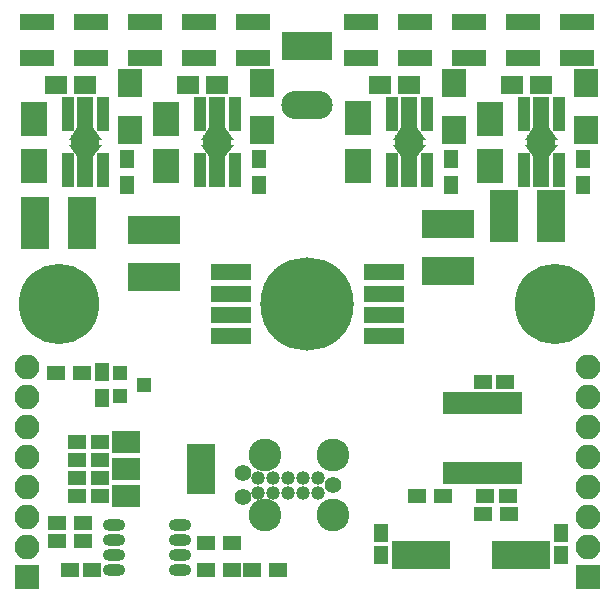
<source format=gts>
G04 #@! TF.GenerationSoftware,KiCad,Pcbnew,(2017-05-12 revision b823d0b78)-makepkg*
G04 #@! TF.CreationDate,2017-05-13T14:29:27+02:00*
G04 #@! TF.ProjectId,led_pixel_stm32f030,6C65645F706978656C5F73746D333266,1.0*
G04 #@! TF.FileFunction,Soldermask,Top*
G04 #@! TF.FilePolarity,Negative*
%FSLAX46Y46*%
G04 Gerber Fmt 4.6, Leading zero omitted, Abs format (unit mm)*
G04 Created by KiCad (PCBNEW (2017-05-12 revision b823d0b78)-makepkg) date 05/13/17 14:29:27*
%MOMM*%
%LPD*%
G01*
G04 APERTURE LIST*
%ADD10C,0.100000*%
%ADD11C,2.775000*%
%ADD12C,1.390600*%
%ADD13C,1.187400*%
%ADD14R,2.400000X4.400000*%
%ADD15R,1.300000X1.200000*%
%ADD16R,1.600000X1.150000*%
%ADD17R,1.150000X1.600000*%
%ADD18R,1.900000X1.650000*%
%ADD19R,2.200000X2.900000*%
%ADD20R,3.400000X1.400000*%
%ADD21C,7.900000*%
%ADD22O,4.360000X2.380000*%
%ADD23R,4.360000X2.380000*%
%ADD24R,4.400000X2.400000*%
%ADD25R,1.600000X1.300000*%
%ADD26R,1.300000X1.600000*%
%ADD27R,2.100000X2.400000*%
%ADD28R,0.850000X1.850000*%
%ADD29O,1.873200X1.009600*%
%ADD30R,2.400000X1.900000*%
%ADD31R,2.400000X4.200000*%
%ADD32C,1.150000*%
%ADD33R,1.100000X2.900000*%
%ADD34R,1.400000X2.900000*%
%ADD35R,2.400000X1.200000*%
%ADD36R,4.900000X2.400000*%
%ADD37O,2.100000X2.100000*%
%ADD38R,2.100000X2.100000*%
%ADD39R,2.900000X1.400000*%
%ADD40C,6.800000*%
%ADD41C,1.000000*%
G04 APERTURE END LIST*
D10*
D11*
X146431000Y-117856000D03*
X146431000Y-112776000D03*
X152146000Y-112776000D03*
D12*
X144526000Y-114301000D03*
X144526000Y-116331000D03*
X152146000Y-115316000D03*
D11*
X152146000Y-117856000D03*
D13*
X147066000Y-114681000D03*
X145796000Y-114681000D03*
X145796000Y-115951000D03*
X147066000Y-115951000D03*
X150876000Y-114681000D03*
X150876000Y-115951000D03*
X149606000Y-114681000D03*
X149606000Y-115951000D03*
X148336000Y-115951000D03*
X148336000Y-114681000D03*
D14*
X130918000Y-93142000D03*
X126918000Y-93142000D03*
D15*
X136166400Y-106807200D03*
X134166400Y-107757200D03*
X134166400Y-105857200D03*
D16*
X129873000Y-122479000D03*
X131773000Y-122479000D03*
X164861200Y-106603800D03*
X166761200Y-106603800D03*
X166954500Y-116256000D03*
X165054500Y-116256000D03*
D17*
X156223000Y-119370000D03*
X156223000Y-121270000D03*
X171463000Y-121270000D03*
X171463000Y-119370000D03*
D16*
X132408000Y-114732000D03*
X130508000Y-114732000D03*
X130508000Y-116256000D03*
X132408000Y-116256000D03*
X130508000Y-113208000D03*
X132408000Y-113208000D03*
X132408000Y-111684000D03*
X130508000Y-111684000D03*
D18*
X169792000Y-81458000D03*
X167292000Y-81458000D03*
X142360000Y-81458000D03*
X139860000Y-81458000D03*
X156116000Y-81458000D03*
X158616000Y-81458000D03*
X131184000Y-81458000D03*
X128684000Y-81458000D03*
D19*
X165494000Y-84284000D03*
X165494000Y-88284000D03*
X138062000Y-88284000D03*
X138062000Y-84284000D03*
X154318000Y-88258600D03*
X154318000Y-84258600D03*
X126886000Y-84284000D03*
X126886000Y-88284000D03*
D20*
X156500000Y-99100000D03*
X143500000Y-99100000D03*
D21*
X150000000Y-100000000D03*
D20*
X156500000Y-97300000D03*
X156500000Y-100900000D03*
X156500000Y-102700000D03*
X143500000Y-102700000D03*
X143500000Y-100900000D03*
X143500000Y-97300000D03*
D22*
X150000000Y-83156000D03*
D23*
X150000000Y-78156000D03*
D14*
X166669000Y-92507000D03*
X170669000Y-92507000D03*
D24*
X137046000Y-97682000D03*
X137046000Y-93682000D03*
X161938000Y-93174000D03*
X161938000Y-97174000D03*
D25*
X159314000Y-116256000D03*
X161514000Y-116256000D03*
X141407000Y-120193000D03*
X143607000Y-120193000D03*
X130932400Y-105791200D03*
X128732400Y-105791200D03*
D26*
X132626400Y-105707200D03*
X132626400Y-107907200D03*
D25*
X143607000Y-122479000D03*
X141407000Y-122479000D03*
X128834000Y-120066000D03*
X131034000Y-120066000D03*
X145344000Y-122479000D03*
X147544000Y-122479000D03*
X128834000Y-118542000D03*
X131034000Y-118542000D03*
D27*
X173622000Y-85236000D03*
X173622000Y-81236000D03*
X146190000Y-81236000D03*
X146190000Y-85236000D03*
X162446000Y-81236000D03*
X162446000Y-85236000D03*
X135014000Y-85236000D03*
X135014000Y-81236000D03*
D26*
X173368000Y-87724000D03*
X173368000Y-89924000D03*
X145936000Y-87724000D03*
X145936000Y-89924000D03*
X162192000Y-89924000D03*
X162192000Y-87724000D03*
X134760000Y-89924000D03*
X134760000Y-87724000D03*
D28*
X161934000Y-108353000D03*
X162584000Y-108353000D03*
X163234000Y-108353000D03*
X163884000Y-108353000D03*
X164534000Y-108353000D03*
X165184000Y-108353000D03*
X165834000Y-108353000D03*
X166484000Y-108353000D03*
X167134000Y-108353000D03*
X167784000Y-108353000D03*
X167784000Y-114253000D03*
X167134000Y-114253000D03*
X166484000Y-114253000D03*
X165834000Y-114253000D03*
X165184000Y-114253000D03*
X164534000Y-114253000D03*
X163884000Y-114253000D03*
X163234000Y-114253000D03*
X162584000Y-114253000D03*
X161934000Y-114253000D03*
D29*
X133617000Y-122479000D03*
X133617000Y-121209000D03*
X133617000Y-119939000D03*
X133617000Y-118669000D03*
X139205000Y-118669000D03*
X139205000Y-119939000D03*
X139205000Y-121209000D03*
X139205000Y-122479000D03*
D30*
X134658000Y-111670000D03*
X134658000Y-116270000D03*
X134658000Y-113970000D03*
D31*
X140958000Y-113970000D03*
D32*
X169812000Y-85504000D03*
D10*
G36*
X168438297Y-86079000D02*
X169204963Y-84929000D01*
X170419037Y-84929000D01*
X171185703Y-86079000D01*
X168438297Y-86079000D01*
X168438297Y-86079000D01*
G37*
D33*
X168312000Y-83934000D03*
X171312000Y-83934000D03*
X168312000Y-88634000D03*
D34*
X169812000Y-88634000D03*
D33*
X171312000Y-88634000D03*
D34*
X169812000Y-83934000D03*
D32*
X169812000Y-87064000D03*
D10*
G36*
X171185703Y-86489000D02*
X170419037Y-87639000D01*
X169204963Y-87639000D01*
X168438297Y-86489000D01*
X171185703Y-86489000D01*
X171185703Y-86489000D01*
G37*
D35*
X169812000Y-86284000D03*
D32*
X142380000Y-85504000D03*
D10*
G36*
X141006297Y-86079000D02*
X141772963Y-84929000D01*
X142987037Y-84929000D01*
X143753703Y-86079000D01*
X141006297Y-86079000D01*
X141006297Y-86079000D01*
G37*
D33*
X140880000Y-83934000D03*
X143880000Y-83934000D03*
X140880000Y-88634000D03*
D34*
X142380000Y-88634000D03*
D33*
X143880000Y-88634000D03*
D34*
X142380000Y-83934000D03*
D32*
X142380000Y-87064000D03*
D10*
G36*
X143753703Y-86489000D02*
X142987037Y-87639000D01*
X141772963Y-87639000D01*
X141006297Y-86489000D01*
X143753703Y-86489000D01*
X143753703Y-86489000D01*
G37*
D35*
X142380000Y-86284000D03*
D32*
X158636000Y-85504000D03*
D10*
G36*
X157262297Y-86079000D02*
X158028963Y-84929000D01*
X159243037Y-84929000D01*
X160009703Y-86079000D01*
X157262297Y-86079000D01*
X157262297Y-86079000D01*
G37*
D33*
X157136000Y-83934000D03*
X160136000Y-83934000D03*
X157136000Y-88634000D03*
D34*
X158636000Y-88634000D03*
D33*
X160136000Y-88634000D03*
D34*
X158636000Y-83934000D03*
D32*
X158636000Y-87064000D03*
D10*
G36*
X160009703Y-86489000D02*
X159243037Y-87639000D01*
X158028963Y-87639000D01*
X157262297Y-86489000D01*
X160009703Y-86489000D01*
X160009703Y-86489000D01*
G37*
D35*
X158636000Y-86284000D03*
D32*
X131204000Y-85504000D03*
D10*
G36*
X129830297Y-86079000D02*
X130596963Y-84929000D01*
X131811037Y-84929000D01*
X132577703Y-86079000D01*
X129830297Y-86079000D01*
X129830297Y-86079000D01*
G37*
D33*
X129704000Y-83934000D03*
X132704000Y-83934000D03*
X129704000Y-88634000D03*
D34*
X131204000Y-88634000D03*
D33*
X132704000Y-88634000D03*
D34*
X131204000Y-83934000D03*
D32*
X131204000Y-87064000D03*
D10*
G36*
X132577703Y-86489000D02*
X131811037Y-87639000D01*
X130596963Y-87639000D01*
X129830297Y-86489000D01*
X132577703Y-86489000D01*
X132577703Y-86489000D01*
G37*
D35*
X131204000Y-86284000D03*
D36*
X168093000Y-121209000D03*
X159593000Y-121209000D03*
D25*
X164902000Y-117780000D03*
X167102000Y-117780000D03*
D37*
X126270000Y-105334000D03*
X126270000Y-107874000D03*
X126270000Y-110414000D03*
X126270000Y-112954000D03*
X126270000Y-115494000D03*
X126270000Y-118034000D03*
X126270000Y-120574000D03*
D38*
X126270000Y-123114000D03*
X173730000Y-123114000D03*
D37*
X173730000Y-120574000D03*
X173730000Y-118034000D03*
X173730000Y-115494000D03*
X173730000Y-112954000D03*
X173730000Y-110414000D03*
X173730000Y-107874000D03*
X173730000Y-105334000D03*
D39*
X127140000Y-79148000D03*
X127140000Y-76148000D03*
X131712000Y-76148000D03*
X131712000Y-79148000D03*
X136284000Y-76148000D03*
X136284000Y-79148000D03*
X140856000Y-76148000D03*
X140856000Y-79148000D03*
X145428000Y-76148000D03*
X145428000Y-79148000D03*
X154572000Y-79148000D03*
X154572000Y-76148000D03*
X159144000Y-79148000D03*
X159144000Y-76148000D03*
X163716000Y-79148000D03*
X163716000Y-76148000D03*
X168288000Y-79148000D03*
X168288000Y-76148000D03*
X172860000Y-76148000D03*
X172860000Y-79148000D03*
D40*
X129000000Y-100000000D03*
D41*
X131400000Y-100000000D03*
X130697056Y-101697056D03*
X129000000Y-102400000D03*
X127302944Y-101697056D03*
X126600000Y-100000000D03*
X127302944Y-98302944D03*
X129000000Y-97600000D03*
X130697056Y-98302944D03*
X172697056Y-98302944D03*
X171000000Y-97600000D03*
X169302944Y-98302944D03*
X168600000Y-100000000D03*
X169302944Y-101697056D03*
X171000000Y-102400000D03*
X172697056Y-101697056D03*
X173400000Y-100000000D03*
D40*
X171000000Y-100000000D03*
M02*

</source>
